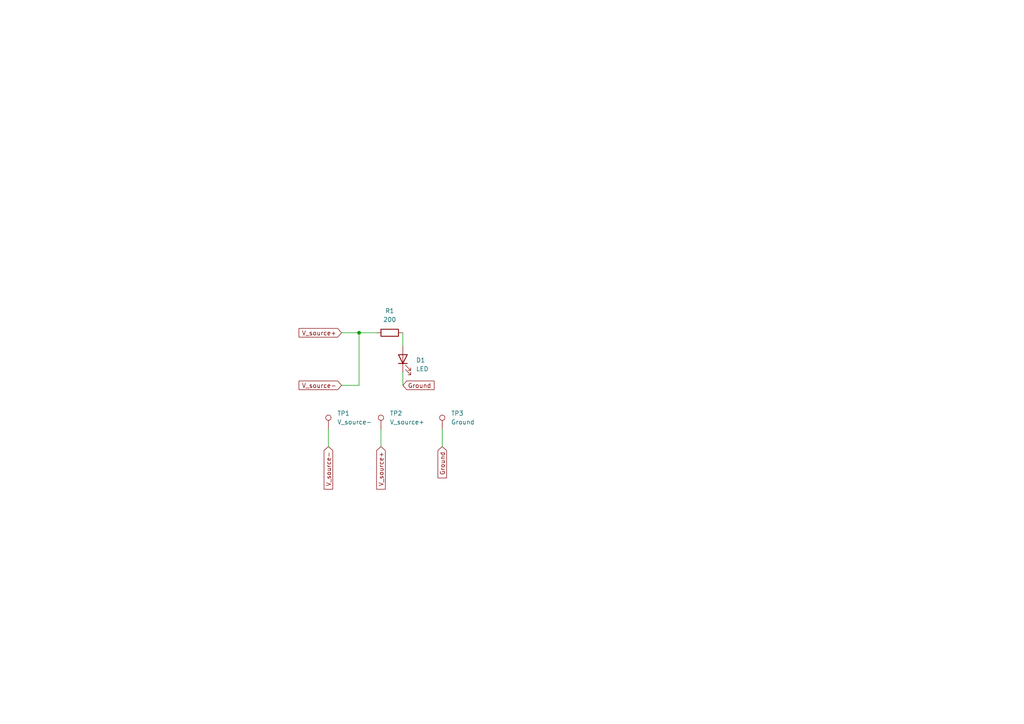
<source format=kicad_sch>
(kicad_sch (version 20211123) (generator eeschema)

  (uuid 2a8ed561-e25b-4f24-8153-db3aa11dbc07)

  (paper "A4")

  (lib_symbols
    (symbol "Connector:TestPoint" (pin_numbers hide) (pin_names (offset 0.762) hide) (in_bom yes) (on_board yes)
      (property "Reference" "TP" (id 0) (at 0 6.858 0)
        (effects (font (size 1.27 1.27)))
      )
      (property "Value" "TestPoint" (id 1) (at 0 5.08 0)
        (effects (font (size 1.27 1.27)))
      )
      (property "Footprint" "" (id 2) (at 5.08 0 0)
        (effects (font (size 1.27 1.27)) hide)
      )
      (property "Datasheet" "~" (id 3) (at 5.08 0 0)
        (effects (font (size 1.27 1.27)) hide)
      )
      (property "ki_keywords" "test point tp" (id 4) (at 0 0 0)
        (effects (font (size 1.27 1.27)) hide)
      )
      (property "ki_description" "test point" (id 5) (at 0 0 0)
        (effects (font (size 1.27 1.27)) hide)
      )
      (property "ki_fp_filters" "Pin* Test*" (id 6) (at 0 0 0)
        (effects (font (size 1.27 1.27)) hide)
      )
      (symbol "TestPoint_0_1"
        (circle (center 0 3.302) (radius 0.762)
          (stroke (width 0) (type default) (color 0 0 0 0))
          (fill (type none))
        )
      )
      (symbol "TestPoint_1_1"
        (pin passive line (at 0 0 90) (length 2.54)
          (name "1" (effects (font (size 1.27 1.27))))
          (number "1" (effects (font (size 1.27 1.27))))
        )
      )
    )
    (symbol "Device:LED" (pin_numbers hide) (pin_names (offset 1.016) hide) (in_bom yes) (on_board yes)
      (property "Reference" "D" (id 0) (at 0 2.54 0)
        (effects (font (size 1.27 1.27)))
      )
      (property "Value" "LED" (id 1) (at 0 -2.54 0)
        (effects (font (size 1.27 1.27)))
      )
      (property "Footprint" "" (id 2) (at 0 0 0)
        (effects (font (size 1.27 1.27)) hide)
      )
      (property "Datasheet" "~" (id 3) (at 0 0 0)
        (effects (font (size 1.27 1.27)) hide)
      )
      (property "ki_keywords" "LED diode" (id 4) (at 0 0 0)
        (effects (font (size 1.27 1.27)) hide)
      )
      (property "ki_description" "Light emitting diode" (id 5) (at 0 0 0)
        (effects (font (size 1.27 1.27)) hide)
      )
      (property "ki_fp_filters" "LED* LED_SMD:* LED_THT:*" (id 6) (at 0 0 0)
        (effects (font (size 1.27 1.27)) hide)
      )
      (symbol "LED_0_1"
        (polyline
          (pts
            (xy -1.27 -1.27)
            (xy -1.27 1.27)
          )
          (stroke (width 0.254) (type default) (color 0 0 0 0))
          (fill (type none))
        )
        (polyline
          (pts
            (xy -1.27 0)
            (xy 1.27 0)
          )
          (stroke (width 0) (type default) (color 0 0 0 0))
          (fill (type none))
        )
        (polyline
          (pts
            (xy 1.27 -1.27)
            (xy 1.27 1.27)
            (xy -1.27 0)
            (xy 1.27 -1.27)
          )
          (stroke (width 0.254) (type default) (color 0 0 0 0))
          (fill (type none))
        )
        (polyline
          (pts
            (xy -3.048 -0.762)
            (xy -4.572 -2.286)
            (xy -3.81 -2.286)
            (xy -4.572 -2.286)
            (xy -4.572 -1.524)
          )
          (stroke (width 0) (type default) (color 0 0 0 0))
          (fill (type none))
        )
        (polyline
          (pts
            (xy -1.778 -0.762)
            (xy -3.302 -2.286)
            (xy -2.54 -2.286)
            (xy -3.302 -2.286)
            (xy -3.302 -1.524)
          )
          (stroke (width 0) (type default) (color 0 0 0 0))
          (fill (type none))
        )
      )
      (symbol "LED_1_1"
        (pin passive line (at -3.81 0 0) (length 2.54)
          (name "K" (effects (font (size 1.27 1.27))))
          (number "1" (effects (font (size 1.27 1.27))))
        )
        (pin passive line (at 3.81 0 180) (length 2.54)
          (name "A" (effects (font (size 1.27 1.27))))
          (number "2" (effects (font (size 1.27 1.27))))
        )
      )
    )
    (symbol "Device:R" (pin_numbers hide) (pin_names (offset 0)) (in_bom yes) (on_board yes)
      (property "Reference" "R" (id 0) (at 2.032 0 90)
        (effects (font (size 1.27 1.27)))
      )
      (property "Value" "R" (id 1) (at 0 0 90)
        (effects (font (size 1.27 1.27)))
      )
      (property "Footprint" "" (id 2) (at -1.778 0 90)
        (effects (font (size 1.27 1.27)) hide)
      )
      (property "Datasheet" "~" (id 3) (at 0 0 0)
        (effects (font (size 1.27 1.27)) hide)
      )
      (property "ki_keywords" "R res resistor" (id 4) (at 0 0 0)
        (effects (font (size 1.27 1.27)) hide)
      )
      (property "ki_description" "Resistor" (id 5) (at 0 0 0)
        (effects (font (size 1.27 1.27)) hide)
      )
      (property "ki_fp_filters" "R_*" (id 6) (at 0 0 0)
        (effects (font (size 1.27 1.27)) hide)
      )
      (symbol "R_0_1"
        (rectangle (start -1.016 -2.54) (end 1.016 2.54)
          (stroke (width 0.254) (type default) (color 0 0 0 0))
          (fill (type none))
        )
      )
      (symbol "R_1_1"
        (pin passive line (at 0 3.81 270) (length 1.27)
          (name "~" (effects (font (size 1.27 1.27))))
          (number "1" (effects (font (size 1.27 1.27))))
        )
        (pin passive line (at 0 -3.81 90) (length 1.27)
          (name "~" (effects (font (size 1.27 1.27))))
          (number "2" (effects (font (size 1.27 1.27))))
        )
      )
    )
  )

  (junction (at 104.14 96.52) (diameter 0) (color 0 0 0 0)
    (uuid cecdbaba-9178-4050-aed4-a8843b089e08)
  )

  (wire (pts (xy 116.84 107.95) (xy 116.84 111.76))
    (stroke (width 0) (type default) (color 0 0 0 0))
    (uuid 2d2d7715-0f4e-41b6-9c0c-994dd9a52273)
  )
  (wire (pts (xy 110.49 124.46) (xy 110.49 129.54))
    (stroke (width 0) (type default) (color 0 0 0 0))
    (uuid 3cf1fdc9-458e-440d-9359-3ed06c6d34ef)
  )
  (wire (pts (xy 128.27 124.46) (xy 128.27 129.54))
    (stroke (width 0) (type default) (color 0 0 0 0))
    (uuid 540e9c3c-ee17-4681-8364-079e7ba7f819)
  )
  (wire (pts (xy 95.25 124.46) (xy 95.25 129.54))
    (stroke (width 0) (type default) (color 0 0 0 0))
    (uuid 8a60d9d7-0ea1-4980-b531-cb42ca56eb88)
  )
  (wire (pts (xy 104.14 96.52) (xy 104.14 111.76))
    (stroke (width 0) (type default) (color 0 0 0 0))
    (uuid 97b22415-93fb-453b-b736-6491493316cc)
  )
  (wire (pts (xy 104.14 96.52) (xy 109.22 96.52))
    (stroke (width 0) (type default) (color 0 0 0 0))
    (uuid acb68dcc-2fc0-4776-ac71-f69ac27cd56f)
  )
  (wire (pts (xy 99.06 96.52) (xy 104.14 96.52))
    (stroke (width 0) (type default) (color 0 0 0 0))
    (uuid b56a05fd-be67-4207-9fe0-ee96343e65d9)
  )
  (wire (pts (xy 104.14 111.76) (xy 99.06 111.76))
    (stroke (width 0) (type default) (color 0 0 0 0))
    (uuid c30f222b-1a5a-4d6c-8361-e47de6085403)
  )
  (wire (pts (xy 116.84 96.52) (xy 116.84 100.33))
    (stroke (width 0) (type default) (color 0 0 0 0))
    (uuid cfd6abb1-7011-410e-ac61-6a5441c0686f)
  )

  (global_label "Ground" (shape input) (at 128.27 129.54 270) (fields_autoplaced)
    (effects (font (size 1.27 1.27)) (justify right))
    (uuid 0fcc32fe-1768-4f09-9bc7-f3b719a92763)
    (property "Intersheet References" "${INTERSHEET_REFS}" (id 0) (at 128.1906 138.6055 90)
      (effects (font (size 1.27 1.27)) (justify right) hide)
    )
  )
  (global_label "Ground" (shape input) (at 116.84 111.76 0) (fields_autoplaced)
    (effects (font (size 1.27 1.27)) (justify left))
    (uuid 247dcec1-becf-410e-a22b-364c169b831e)
    (property "Intersheet References" "${INTERSHEET_REFS}" (id 0) (at 125.9055 111.8394 0)
      (effects (font (size 1.27 1.27)) (justify left) hide)
    )
  )
  (global_label "V_source-" (shape input) (at 99.06 111.76 180) (fields_autoplaced)
    (effects (font (size 1.27 1.27)) (justify right))
    (uuid 26dc86ab-9759-4daa-89a2-06b3c76e9666)
    (property "Intersheet References" "${INTERSHEET_REFS}" (id 0) (at 86.7288 111.8394 0)
      (effects (font (size 1.27 1.27)) (justify right) hide)
    )
  )
  (global_label "V_source+" (shape input) (at 99.06 96.52 180) (fields_autoplaced)
    (effects (font (size 1.27 1.27)) (justify right))
    (uuid 4a0e563a-74d3-42c5-be01-68356b51de5b)
    (property "Intersheet References" "${INTERSHEET_REFS}" (id 0) (at 86.7288 96.5994 0)
      (effects (font (size 1.27 1.27)) (justify right) hide)
    )
  )
  (global_label "V_source-" (shape input) (at 95.25 129.54 270) (fields_autoplaced)
    (effects (font (size 1.27 1.27)) (justify right))
    (uuid 6650920d-c597-420c-bd0a-fc6fe28c2dd2)
    (property "Intersheet References" "${INTERSHEET_REFS}" (id 0) (at 95.3294 141.8712 90)
      (effects (font (size 1.27 1.27)) (justify right) hide)
    )
  )
  (global_label "V_source+" (shape input) (at 110.49 129.54 270) (fields_autoplaced)
    (effects (font (size 1.27 1.27)) (justify right))
    (uuid c6e3ac69-adc3-4ebe-98b5-c5c934baf18b)
    (property "Intersheet References" "${INTERSHEET_REFS}" (id 0) (at 110.5694 141.8712 90)
      (effects (font (size 1.27 1.27)) (justify right) hide)
    )
  )

  (symbol (lib_id "Connector:TestPoint") (at 110.49 124.46 0) (unit 1)
    (in_bom yes) (on_board yes)
    (uuid 0451b222-e941-4943-8089-5824cc2844d5)
    (property "Reference" "TP2" (id 0) (at 113.03 119.8879 0)
      (effects (font (size 1.27 1.27)) (justify left))
    )
    (property "Value" "V_source+" (id 1) (at 113.03 122.4279 0)
      (effects (font (size 1.27 1.27)) (justify left))
    )
    (property "Footprint" "TestPoint:TestPoint_Loop_D2.50mm_Drill1.0mm" (id 2) (at 115.57 124.46 0)
      (effects (font (size 1.27 1.27)) hide)
    )
    (property "Datasheet" "~" (id 3) (at 115.57 124.46 0)
      (effects (font (size 1.27 1.27)) hide)
    )
    (pin "1" (uuid f728edbb-e00e-4fcd-8e17-df364feb00b3))
  )

  (symbol (lib_id "Device:LED") (at 116.84 104.14 90) (unit 1)
    (in_bom yes) (on_board yes) (fields_autoplaced)
    (uuid a2d88c53-0d1f-4524-b7fb-c42876570fa8)
    (property "Reference" "D1" (id 0) (at 120.65 104.4574 90)
      (effects (font (size 1.27 1.27)) (justify right))
    )
    (property "Value" "LED" (id 1) (at 120.65 106.9974 90)
      (effects (font (size 1.27 1.27)) (justify right))
    )
    (property "Footprint" "Diode_THT:D_T-1_P5.08mm_Horizontal" (id 2) (at 116.84 104.14 0)
      (effects (font (size 1.27 1.27)) hide)
    )
    (property "Datasheet" "https://www.mouser.com/datasheet/2/723/C5SMF_RJF_RJE_GJF_GJE_BJF_BJE_1240-2256911.pdf" (id 3) (at 116.84 104.14 0)
      (effects (font (size 1.27 1.27)) hide)
    )
    (pin "1" (uuid 0ca928a5-4757-4bf3-900d-0130308b4e84))
    (pin "2" (uuid 26d92679-5212-421b-ba64-f9b2ff96227a))
  )

  (symbol (lib_id "Connector:TestPoint") (at 128.27 124.46 0) (unit 1)
    (in_bom yes) (on_board yes) (fields_autoplaced)
    (uuid d9edf613-16a8-4142-9103-fbc6f8eb0dac)
    (property "Reference" "TP3" (id 0) (at 130.81 119.8879 0)
      (effects (font (size 1.27 1.27)) (justify left))
    )
    (property "Value" "Ground" (id 1) (at 130.81 122.4279 0)
      (effects (font (size 1.27 1.27)) (justify left))
    )
    (property "Footprint" "TestPoint:TestPoint_Loop_D2.50mm_Drill1.0mm" (id 2) (at 133.35 124.46 0)
      (effects (font (size 1.27 1.27)) hide)
    )
    (property "Datasheet" "~" (id 3) (at 133.35 124.46 0)
      (effects (font (size 1.27 1.27)) hide)
    )
    (pin "1" (uuid 8e27b96e-5fc1-4cc4-9ac7-9c15ebc86328))
  )

  (symbol (lib_id "Device:R") (at 113.03 96.52 90) (unit 1)
    (in_bom yes) (on_board yes) (fields_autoplaced)
    (uuid de6e164d-189b-467f-851b-5fff0c475288)
    (property "Reference" "R1" (id 0) (at 113.03 90.17 90))
    (property "Value" "200" (id 1) (at 113.03 92.71 90))
    (property "Footprint" "Resistor_SMD:R_0603_1608Metric_Pad0.98x0.95mm_HandSolder" (id 2) (at 113.03 98.298 90)
      (effects (font (size 1.27 1.27)) hide)
    )
    (property "Datasheet" "~" (id 3) (at 113.03 96.52 0)
      (effects (font (size 1.27 1.27)) hide)
    )
    (pin "1" (uuid 52891fd9-c9e7-40b8-a56f-43c9a273efe7))
    (pin "2" (uuid 76e88d8b-fcb1-429c-8779-07ef84fe5267))
  )

  (symbol (lib_id "Connector:TestPoint") (at 95.25 124.46 0) (unit 1)
    (in_bom yes) (on_board yes)
    (uuid ee9190c7-2ff3-4b02-a619-4377fc17a2df)
    (property "Reference" "TP1" (id 0) (at 97.79 119.8879 0)
      (effects (font (size 1.27 1.27)) (justify left))
    )
    (property "Value" "V_source-" (id 1) (at 97.79 122.4279 0)
      (effects (font (size 1.27 1.27)) (justify left))
    )
    (property "Footprint" "TestPoint:TestPoint_Loop_D2.50mm_Drill1.0mm" (id 2) (at 100.33 124.46 0)
      (effects (font (size 1.27 1.27)) hide)
    )
    (property "Datasheet" "~" (id 3) (at 100.33 124.46 0)
      (effects (font (size 1.27 1.27)) hide)
    )
    (pin "1" (uuid 436bd9dc-a202-4936-9d5d-a4aeb305d65f))
  )

  (sheet_instances
    (path "/" (page "1"))
  )

  (symbol_instances
    (path "/a2d88c53-0d1f-4524-b7fb-c42876570fa8"
      (reference "D1") (unit 1) (value "LED") (footprint "Diode_THT:D_T-1_P5.08mm_Horizontal")
    )
    (path "/de6e164d-189b-467f-851b-5fff0c475288"
      (reference "R1") (unit 1) (value "200") (footprint "Resistor_SMD:R_0603_1608Metric_Pad0.98x0.95mm_HandSolder")
    )
    (path "/ee9190c7-2ff3-4b02-a619-4377fc17a2df"
      (reference "TP1") (unit 1) (value "V_source-") (footprint "TestPoint:TestPoint_Loop_D2.50mm_Drill1.0mm")
    )
    (path "/0451b222-e941-4943-8089-5824cc2844d5"
      (reference "TP2") (unit 1) (value "V_source+") (footprint "TestPoint:TestPoint_Loop_D2.50mm_Drill1.0mm")
    )
    (path "/d9edf613-16a8-4142-9103-fbc6f8eb0dac"
      (reference "TP3") (unit 1) (value "Ground") (footprint "TestPoint:TestPoint_Loop_D2.50mm_Drill1.0mm")
    )
  )
)

</source>
